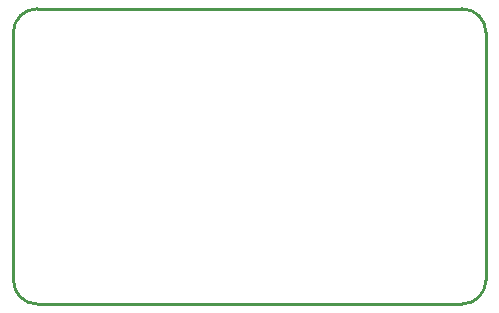
<source format=gko>
G04 Layer: BoardOutlineLayer*
G04 EasyEDA v6.5.1, 2022-06-13 06:58:02*
G04 a67cddfb3fce44daa9051d46cbbcc19f,10*
G04 Gerber Generator version 0.2*
G04 Scale: 100 percent, Rotated: No, Reflected: No *
G04 Dimensions in millimeters *
G04 leading zeros omitted , absolute positions ,4 integer and 5 decimal *
%FSLAX45Y45*%
%MOMM*%

%ADD10C,0.2540*%
D10*
X3799840Y0D02*
G01*
X1900001Y0D01*
X200660Y0D01*
X0Y199999D02*
G01*
X0Y2300000D01*
X3999999Y2300000D02*
G01*
X3999999Y199999D01*
X199999Y2500000D02*
G01*
X3800000Y2500000D01*
G75*
G01*
X3800000Y2500000D02*
G02*
X4000000Y2300000I0J-200000D01*
G75*
G01*
X4000000Y200000D02*
G02*
X3800000Y0I-200000J0D01*
G75*
G01*
X200000Y0D02*
G02*
X0Y200000I0J200000D01*
G75*
G01*
X0Y2300000D02*
G02*
X200000Y2500000I200000J0D01*

%LPD*%
M02*

</source>
